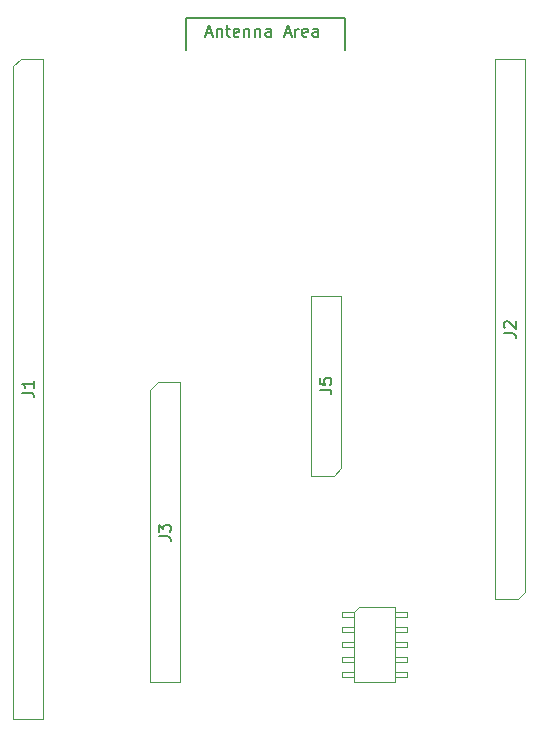
<source format=gbr>
G04 #@! TF.GenerationSoftware,KiCad,Pcbnew,(5.0.0-3-g5ebb6b6)*
G04 #@! TF.CreationDate,2019-02-03T17:20:29+01:00*
G04 #@! TF.ProjectId,HolyIoT-NRF52840-Breakout,486F6C79496F542D4E52463532383430,1.0*
G04 #@! TF.SameCoordinates,Original*
G04 #@! TF.FileFunction,Other,Fab,Top*
%FSLAX46Y46*%
G04 Gerber Fmt 4.6, Leading zero omitted, Abs format (unit mm)*
G04 Created by KiCad (PCBNEW (5.0.0-3-g5ebb6b6)) date 2019 February 03, Sunday 17:20:29*
%MOMM*%
%LPD*%
G01*
G04 APERTURE LIST*
%ADD10C,0.100000*%
%ADD11C,0.150000*%
G04 APERTURE END LIST*
D10*
G04 #@! TO.C,J4*
X129205000Y-135675000D02*
X125795000Y-135675000D01*
X126230000Y-129325000D02*
X129205000Y-129325000D01*
X125795000Y-135675000D02*
X125795000Y-129760000D01*
X125795000Y-129760000D02*
X126230000Y-129325000D01*
X129205000Y-129325000D02*
X129205000Y-135675000D01*
X125795000Y-129760000D02*
X124750000Y-129760000D01*
X124750000Y-129760000D02*
X124750000Y-130160000D01*
X124750000Y-130160000D02*
X125795000Y-130160000D01*
X129205000Y-129760000D02*
X130250000Y-129760000D01*
X130250000Y-129760000D02*
X130250000Y-130160000D01*
X130250000Y-130160000D02*
X129205000Y-130160000D01*
X125795000Y-131030000D02*
X124750000Y-131030000D01*
X124750000Y-131030000D02*
X124750000Y-131430000D01*
X124750000Y-131430000D02*
X125795000Y-131430000D01*
X129205000Y-131030000D02*
X130250000Y-131030000D01*
X130250000Y-131030000D02*
X130250000Y-131430000D01*
X130250000Y-131430000D02*
X129205000Y-131430000D01*
X125795000Y-132300000D02*
X124750000Y-132300000D01*
X124750000Y-132300000D02*
X124750000Y-132700000D01*
X124750000Y-132700000D02*
X125795000Y-132700000D01*
X129205000Y-132300000D02*
X130250000Y-132300000D01*
X130250000Y-132300000D02*
X130250000Y-132700000D01*
X130250000Y-132700000D02*
X129205000Y-132700000D01*
X125795000Y-133570000D02*
X124750000Y-133570000D01*
X124750000Y-133570000D02*
X124750000Y-133970000D01*
X124750000Y-133970000D02*
X125795000Y-133970000D01*
X129205000Y-133570000D02*
X130250000Y-133570000D01*
X130250000Y-133570000D02*
X130250000Y-133970000D01*
X130250000Y-133970000D02*
X129205000Y-133970000D01*
X125795000Y-134840000D02*
X124750000Y-134840000D01*
X124750000Y-134840000D02*
X124750000Y-135240000D01*
X124750000Y-135240000D02*
X125795000Y-135240000D01*
X129205000Y-134840000D02*
X130250000Y-134840000D01*
X130250000Y-134840000D02*
X130250000Y-135240000D01*
X130250000Y-135240000D02*
X129205000Y-135240000D01*
G04 #@! TO.C,J2*
X139635000Y-128670000D02*
X137730000Y-128670000D01*
X137730000Y-128670000D02*
X137730000Y-82950000D01*
X137730000Y-82950000D02*
X140270000Y-82950000D01*
X140270000Y-82950000D02*
X140270000Y-128035000D01*
X140270000Y-128035000D02*
X139635000Y-128670000D01*
D11*
G04 #@! TO.C,U1*
X125000000Y-79500000D02*
X125000000Y-82200000D01*
X111500000Y-79500000D02*
X111500000Y-82200000D01*
X111500000Y-79500000D02*
X125000000Y-79500000D01*
D10*
G04 #@! TO.C,J1*
X97565000Y-82930000D02*
X99470000Y-82930000D01*
X99470000Y-82930000D02*
X99470000Y-138810000D01*
X99470000Y-138810000D02*
X96930000Y-138810000D01*
X96930000Y-138810000D02*
X96930000Y-83565000D01*
X96930000Y-83565000D02*
X97565000Y-82930000D01*
G04 #@! TO.C,J3*
X109165000Y-110330000D02*
X111070000Y-110330000D01*
X111070000Y-110330000D02*
X111070000Y-135730000D01*
X111070000Y-135730000D02*
X108530000Y-135730000D01*
X108530000Y-135730000D02*
X108530000Y-110965000D01*
X108530000Y-110965000D02*
X109165000Y-110330000D01*
G04 #@! TO.C,J5*
X124035000Y-118230000D02*
X122130000Y-118230000D01*
X122130000Y-118230000D02*
X122130000Y-102990000D01*
X122130000Y-102990000D02*
X124670000Y-102990000D01*
X124670000Y-102990000D02*
X124670000Y-117595000D01*
X124670000Y-117595000D02*
X124035000Y-118230000D01*
G04 #@! TD*
G04 #@! TO.C,J2*
D11*
X138452380Y-106143333D02*
X139166666Y-106143333D01*
X139309523Y-106190952D01*
X139404761Y-106286190D01*
X139452380Y-106429047D01*
X139452380Y-106524285D01*
X138547619Y-105714761D02*
X138500000Y-105667142D01*
X138452380Y-105571904D01*
X138452380Y-105333809D01*
X138500000Y-105238571D01*
X138547619Y-105190952D01*
X138642857Y-105143333D01*
X138738095Y-105143333D01*
X138880952Y-105190952D01*
X139452380Y-105762380D01*
X139452380Y-105143333D01*
G04 #@! TO.C,U1*
X113238095Y-80766666D02*
X113714285Y-80766666D01*
X113142857Y-81052380D02*
X113476190Y-80052380D01*
X113809523Y-81052380D01*
X114142857Y-80385714D02*
X114142857Y-81052380D01*
X114142857Y-80480952D02*
X114190476Y-80433333D01*
X114285714Y-80385714D01*
X114428571Y-80385714D01*
X114523809Y-80433333D01*
X114571428Y-80528571D01*
X114571428Y-81052380D01*
X114904761Y-80385714D02*
X115285714Y-80385714D01*
X115047619Y-80052380D02*
X115047619Y-80909523D01*
X115095238Y-81004761D01*
X115190476Y-81052380D01*
X115285714Y-81052380D01*
X116000000Y-81004761D02*
X115904761Y-81052380D01*
X115714285Y-81052380D01*
X115619047Y-81004761D01*
X115571428Y-80909523D01*
X115571428Y-80528571D01*
X115619047Y-80433333D01*
X115714285Y-80385714D01*
X115904761Y-80385714D01*
X116000000Y-80433333D01*
X116047619Y-80528571D01*
X116047619Y-80623809D01*
X115571428Y-80719047D01*
X116476190Y-80385714D02*
X116476190Y-81052380D01*
X116476190Y-80480952D02*
X116523809Y-80433333D01*
X116619047Y-80385714D01*
X116761904Y-80385714D01*
X116857142Y-80433333D01*
X116904761Y-80528571D01*
X116904761Y-81052380D01*
X117380952Y-80385714D02*
X117380952Y-81052380D01*
X117380952Y-80480952D02*
X117428571Y-80433333D01*
X117523809Y-80385714D01*
X117666666Y-80385714D01*
X117761904Y-80433333D01*
X117809523Y-80528571D01*
X117809523Y-81052380D01*
X118714285Y-81052380D02*
X118714285Y-80528571D01*
X118666666Y-80433333D01*
X118571428Y-80385714D01*
X118380952Y-80385714D01*
X118285714Y-80433333D01*
X118714285Y-81004761D02*
X118619047Y-81052380D01*
X118380952Y-81052380D01*
X118285714Y-81004761D01*
X118238095Y-80909523D01*
X118238095Y-80814285D01*
X118285714Y-80719047D01*
X118380952Y-80671428D01*
X118619047Y-80671428D01*
X118714285Y-80623809D01*
X119904761Y-80766666D02*
X120380952Y-80766666D01*
X119809523Y-81052380D02*
X120142857Y-80052380D01*
X120476190Y-81052380D01*
X120809523Y-81052380D02*
X120809523Y-80385714D01*
X120809523Y-80576190D02*
X120857142Y-80480952D01*
X120904761Y-80433333D01*
X121000000Y-80385714D01*
X121095238Y-80385714D01*
X121809523Y-81004761D02*
X121714285Y-81052380D01*
X121523809Y-81052380D01*
X121428571Y-81004761D01*
X121380952Y-80909523D01*
X121380952Y-80528571D01*
X121428571Y-80433333D01*
X121523809Y-80385714D01*
X121714285Y-80385714D01*
X121809523Y-80433333D01*
X121857142Y-80528571D01*
X121857142Y-80623809D01*
X121380952Y-80719047D01*
X122714285Y-81052380D02*
X122714285Y-80528571D01*
X122666666Y-80433333D01*
X122571428Y-80385714D01*
X122380952Y-80385714D01*
X122285714Y-80433333D01*
X122714285Y-81004761D02*
X122619047Y-81052380D01*
X122380952Y-81052380D01*
X122285714Y-81004761D01*
X122238095Y-80909523D01*
X122238095Y-80814285D01*
X122285714Y-80719047D01*
X122380952Y-80671428D01*
X122619047Y-80671428D01*
X122714285Y-80623809D01*
G04 #@! TO.C,J1*
X97652380Y-111203333D02*
X98366666Y-111203333D01*
X98509523Y-111250952D01*
X98604761Y-111346190D01*
X98652380Y-111489047D01*
X98652380Y-111584285D01*
X98652380Y-110203333D02*
X98652380Y-110774761D01*
X98652380Y-110489047D02*
X97652380Y-110489047D01*
X97795238Y-110584285D01*
X97890476Y-110679523D01*
X97938095Y-110774761D01*
G04 #@! TO.C,J3*
X109252380Y-123363333D02*
X109966666Y-123363333D01*
X110109523Y-123410952D01*
X110204761Y-123506190D01*
X110252380Y-123649047D01*
X110252380Y-123744285D01*
X109252380Y-122982380D02*
X109252380Y-122363333D01*
X109633333Y-122696666D01*
X109633333Y-122553809D01*
X109680952Y-122458571D01*
X109728571Y-122410952D01*
X109823809Y-122363333D01*
X110061904Y-122363333D01*
X110157142Y-122410952D01*
X110204761Y-122458571D01*
X110252380Y-122553809D01*
X110252380Y-122839523D01*
X110204761Y-122934761D01*
X110157142Y-122982380D01*
G04 #@! TO.C,J5*
X122852380Y-110943333D02*
X123566666Y-110943333D01*
X123709523Y-110990952D01*
X123804761Y-111086190D01*
X123852380Y-111229047D01*
X123852380Y-111324285D01*
X122852380Y-109990952D02*
X122852380Y-110467142D01*
X123328571Y-110514761D01*
X123280952Y-110467142D01*
X123233333Y-110371904D01*
X123233333Y-110133809D01*
X123280952Y-110038571D01*
X123328571Y-109990952D01*
X123423809Y-109943333D01*
X123661904Y-109943333D01*
X123757142Y-109990952D01*
X123804761Y-110038571D01*
X123852380Y-110133809D01*
X123852380Y-110371904D01*
X123804761Y-110467142D01*
X123757142Y-110514761D01*
G04 #@! TD*
M02*

</source>
